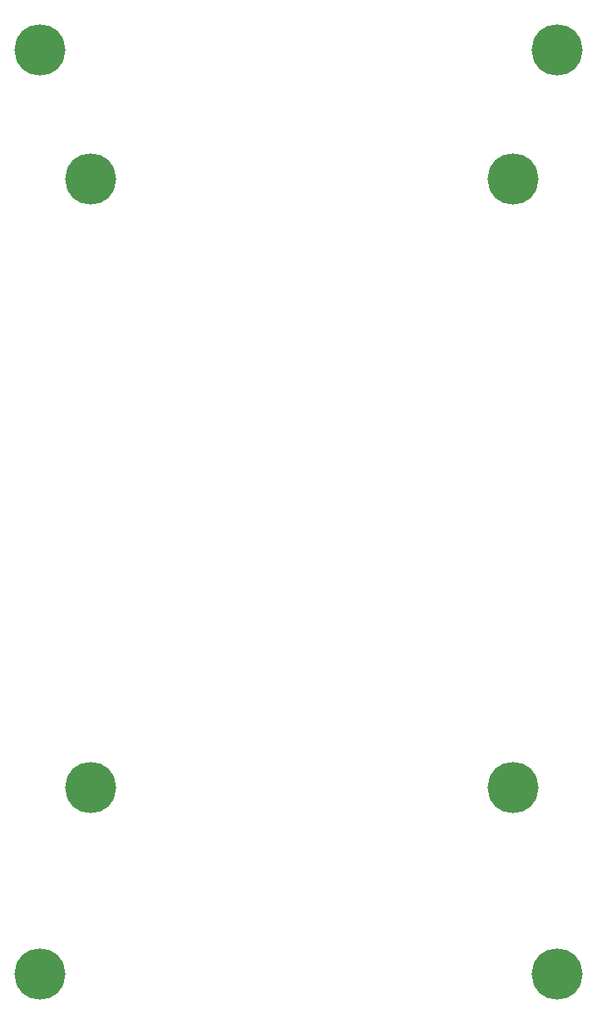
<source format=gts>
G04 Layer: TopSolderMaskLayer*
G04 EasyEDA v6.5.29, 2023-07-16 15:11:24*
G04 08c5cc99871a4756a8ffc771c65a72c4,5a6b42c53f6a479593ecc07194224c93,10*
G04 Gerber Generator version 0.2*
G04 Scale: 100 percent, Rotated: No, Reflected: No *
G04 Dimensions in millimeters *
G04 leading zeros omitted , absolute positions ,4 integer and 5 decimal *
%FSLAX45Y45*%
%MOMM*%

%ADD10C,5.2032*%

%LPD*%
D10*
G01*
X469900Y10858500D03*
G01*
X5737199Y10858500D03*
G01*
X471271Y1460500D03*
G01*
X5737199Y1460500D03*
G01*
X5285206Y9543313D03*
G01*
X990600Y9543313D03*
G01*
X5285206Y3352800D03*
G01*
X990600Y3352800D03*
M02*

</source>
